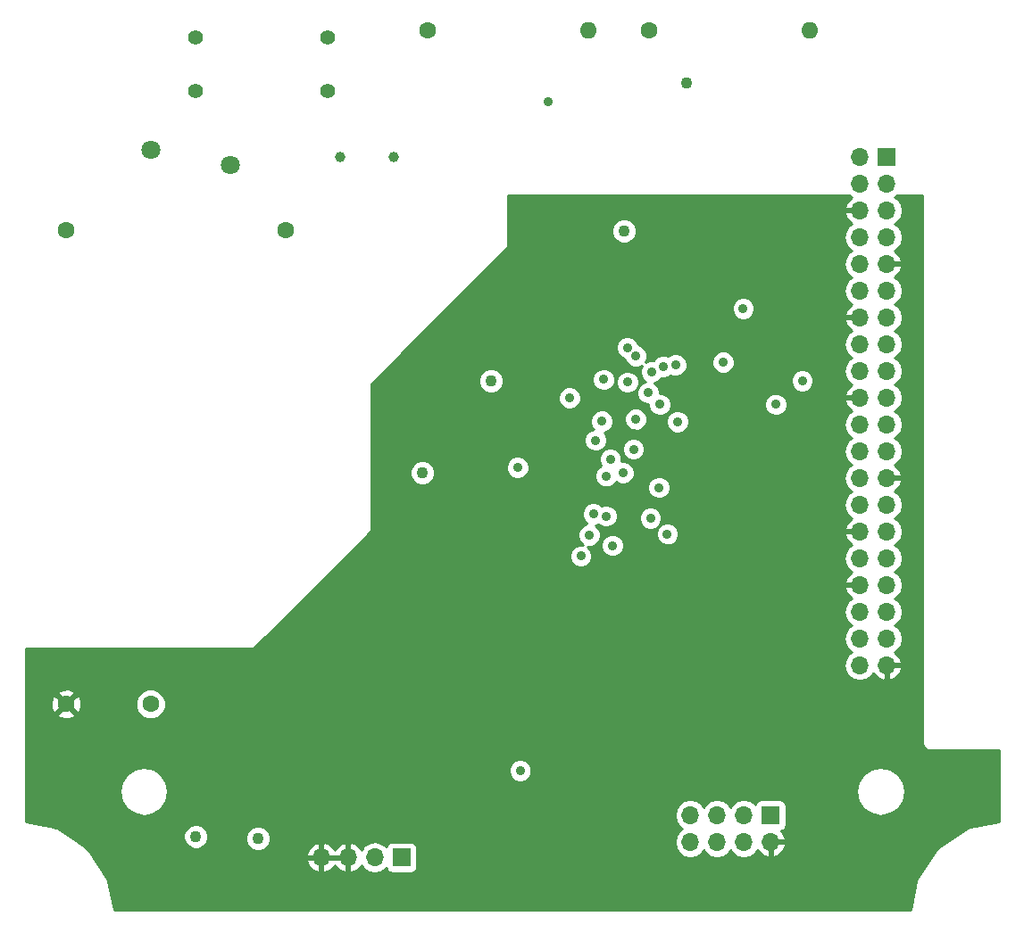
<source format=gbr>
G04 #@! TF.FileFunction,Copper,L2,Inr,Plane*
%FSLAX46Y46*%
G04 Gerber Fmt 4.6, Leading zero omitted, Abs format (unit mm)*
G04 Created by KiCad (PCBNEW 4.0.7) date Wed May 16 13:21:29 2018*
%MOMM*%
%LPD*%
G01*
G04 APERTURE LIST*
%ADD10C,0.100000*%
%ADD11C,1.800000*%
%ADD12C,1.000000*%
%ADD13C,1.400000*%
%ADD14R,1.700000X1.700000*%
%ADD15O,1.700000X1.700000*%
%ADD16C,1.600000*%
%ADD17O,1.600000X1.600000*%
%ADD18C,0.900000*%
%ADD19C,1.100000*%
%ADD20C,0.254000*%
G04 APERTURE END LIST*
D10*
D11*
X115750000Y-89250000D03*
X108250000Y-87850000D03*
D12*
X131290000Y-88500000D03*
X126210000Y-88500000D03*
D13*
X125000000Y-82290000D03*
X125000000Y-77210000D03*
X112500000Y-82290000D03*
X112500000Y-77210000D03*
D14*
X132000000Y-155000000D03*
D15*
X129460000Y-155000000D03*
X126920000Y-155000000D03*
X124380000Y-155000000D03*
D16*
X155500000Y-76500000D03*
D17*
X170740000Y-76500000D03*
D16*
X134500000Y-76500000D03*
D17*
X149740000Y-76500000D03*
D14*
X167000000Y-151000000D03*
D15*
X167000000Y-153540000D03*
X164460000Y-151000000D03*
X164460000Y-153540000D03*
X161920000Y-151000000D03*
X161920000Y-153540000D03*
X159380000Y-151000000D03*
X159380000Y-153540000D03*
D14*
X178000000Y-88500000D03*
D15*
X175460000Y-88500000D03*
X178000000Y-91040000D03*
X175460000Y-91040000D03*
X178000000Y-93580000D03*
X175460000Y-93580000D03*
X178000000Y-96120000D03*
X175460000Y-96120000D03*
X178000000Y-98660000D03*
X175460000Y-98660000D03*
X178000000Y-101200000D03*
X175460000Y-101200000D03*
X178000000Y-103740000D03*
X175460000Y-103740000D03*
X178000000Y-106280000D03*
X175460000Y-106280000D03*
X178000000Y-108820000D03*
X175460000Y-108820000D03*
X178000000Y-111360000D03*
X175460000Y-111360000D03*
X178000000Y-113900000D03*
X175460000Y-113900000D03*
X178000000Y-116440000D03*
X175460000Y-116440000D03*
X178000000Y-118980000D03*
X175460000Y-118980000D03*
X178000000Y-121520000D03*
X175460000Y-121520000D03*
X178000000Y-124060000D03*
X175460000Y-124060000D03*
X178000000Y-126600000D03*
X175460000Y-126600000D03*
X178000000Y-129140000D03*
X175460000Y-129140000D03*
X178000000Y-131680000D03*
X175460000Y-131680000D03*
X178000000Y-134220000D03*
X175460000Y-134220000D03*
X178000000Y-136760000D03*
X175460000Y-136760000D03*
D16*
X108200000Y-140450000D03*
X100200000Y-140450000D03*
X121000000Y-95450000D03*
X100200000Y-95450000D03*
D18*
X145900000Y-83300000D03*
D19*
X159000000Y-81500000D03*
X119000000Y-155750000D03*
D18*
X142830000Y-94510000D03*
X145830000Y-95510000D03*
X148580000Y-96510000D03*
X150830000Y-93760000D03*
X169080000Y-96260000D03*
X161580000Y-94260000D03*
X159830000Y-93510000D03*
D19*
X116600000Y-147400000D03*
D18*
X149000000Y-108000000D03*
X154000000Y-114800000D03*
X142250000Y-120000000D03*
X163670000Y-120890000D03*
X162170000Y-126390000D03*
X143300000Y-154500000D03*
X149300000Y-154500000D03*
X146300000Y-154500000D03*
X145420000Y-113390000D03*
X152420000Y-107890000D03*
X144170000Y-104890000D03*
X159920000Y-115140000D03*
X153670000Y-122890000D03*
X157200000Y-124300000D03*
X164400000Y-102900000D03*
X155600000Y-122800000D03*
X143000000Y-118000000D03*
X156420000Y-119890000D03*
X153420000Y-109890000D03*
X147920000Y-111390000D03*
X158170000Y-113640000D03*
D19*
X112500000Y-153000000D03*
X118400000Y-153200000D03*
X140500000Y-109750000D03*
X134000000Y-118500000D03*
X153080000Y-95510000D03*
D18*
X143250000Y-146750000D03*
X153400000Y-106600000D03*
X150400000Y-115400000D03*
X152000000Y-125400000D03*
X151800000Y-117200000D03*
X151400000Y-118800000D03*
X151400000Y-122600000D03*
X149800000Y-124400000D03*
X150200000Y-122400000D03*
X151170000Y-109640000D03*
X170000000Y-109750000D03*
X167500000Y-112000000D03*
X149000000Y-126400000D03*
X154000000Y-116250000D03*
X162500000Y-108000000D03*
X153000000Y-118500000D03*
X154200000Y-113400000D03*
X158000000Y-108250000D03*
X156800000Y-108400000D03*
X156500000Y-112000000D03*
X155400000Y-110900000D03*
X155700000Y-108900000D03*
X154200000Y-107400000D03*
X151000000Y-113600000D03*
D20*
G36*
X174721553Y-92317702D02*
X174578642Y-92384817D01*
X174188355Y-92813076D01*
X174018524Y-93223110D01*
X174139845Y-93453000D01*
X175333000Y-93453000D01*
X175333000Y-93433000D01*
X175587000Y-93433000D01*
X175587000Y-93453000D01*
X175607000Y-93453000D01*
X175607000Y-93707000D01*
X175587000Y-93707000D01*
X175587000Y-93727000D01*
X175333000Y-93727000D01*
X175333000Y-93707000D01*
X174139845Y-93707000D01*
X174018524Y-93936890D01*
X174188355Y-94346924D01*
X174578642Y-94775183D01*
X174721553Y-94842298D01*
X174380853Y-95069946D01*
X174058946Y-95551715D01*
X173945907Y-96120000D01*
X174058946Y-96688285D01*
X174380853Y-97170054D01*
X174710026Y-97390000D01*
X174380853Y-97609946D01*
X174058946Y-98091715D01*
X173945907Y-98660000D01*
X174058946Y-99228285D01*
X174380853Y-99710054D01*
X174710026Y-99930000D01*
X174380853Y-100149946D01*
X174058946Y-100631715D01*
X173945907Y-101200000D01*
X174058946Y-101768285D01*
X174380853Y-102250054D01*
X174721553Y-102477702D01*
X174578642Y-102544817D01*
X174188355Y-102973076D01*
X174018524Y-103383110D01*
X174139845Y-103613000D01*
X175333000Y-103613000D01*
X175333000Y-103593000D01*
X175587000Y-103593000D01*
X175587000Y-103613000D01*
X175607000Y-103613000D01*
X175607000Y-103867000D01*
X175587000Y-103867000D01*
X175587000Y-103887000D01*
X175333000Y-103887000D01*
X175333000Y-103867000D01*
X174139845Y-103867000D01*
X174018524Y-104096890D01*
X174188355Y-104506924D01*
X174578642Y-104935183D01*
X174721553Y-105002298D01*
X174380853Y-105229946D01*
X174058946Y-105711715D01*
X173945907Y-106280000D01*
X174058946Y-106848285D01*
X174380853Y-107330054D01*
X174710026Y-107550000D01*
X174380853Y-107769946D01*
X174058946Y-108251715D01*
X173945907Y-108820000D01*
X174058946Y-109388285D01*
X174380853Y-109870054D01*
X174721553Y-110097702D01*
X174578642Y-110164817D01*
X174188355Y-110593076D01*
X174018524Y-111003110D01*
X174139845Y-111233000D01*
X175333000Y-111233000D01*
X175333000Y-111213000D01*
X175587000Y-111213000D01*
X175587000Y-111233000D01*
X175607000Y-111233000D01*
X175607000Y-111487000D01*
X175587000Y-111487000D01*
X175587000Y-111507000D01*
X175333000Y-111507000D01*
X175333000Y-111487000D01*
X174139845Y-111487000D01*
X174018524Y-111716890D01*
X174188355Y-112126924D01*
X174578642Y-112555183D01*
X174721553Y-112622298D01*
X174380853Y-112849946D01*
X174058946Y-113331715D01*
X173945907Y-113900000D01*
X174058946Y-114468285D01*
X174380853Y-114950054D01*
X174710026Y-115170000D01*
X174380853Y-115389946D01*
X174058946Y-115871715D01*
X173945907Y-116440000D01*
X174058946Y-117008285D01*
X174380853Y-117490054D01*
X174710026Y-117710000D01*
X174380853Y-117929946D01*
X174058946Y-118411715D01*
X173945907Y-118980000D01*
X174058946Y-119548285D01*
X174380853Y-120030054D01*
X174710026Y-120250000D01*
X174380853Y-120469946D01*
X174058946Y-120951715D01*
X173945907Y-121520000D01*
X174058946Y-122088285D01*
X174380853Y-122570054D01*
X174721553Y-122797702D01*
X174578642Y-122864817D01*
X174188355Y-123293076D01*
X174018524Y-123703110D01*
X174139845Y-123933000D01*
X175333000Y-123933000D01*
X175333000Y-123913000D01*
X175587000Y-123913000D01*
X175587000Y-123933000D01*
X175607000Y-123933000D01*
X175607000Y-124187000D01*
X175587000Y-124187000D01*
X175587000Y-124207000D01*
X175333000Y-124207000D01*
X175333000Y-124187000D01*
X174139845Y-124187000D01*
X174018524Y-124416890D01*
X174188355Y-124826924D01*
X174578642Y-125255183D01*
X174721553Y-125322298D01*
X174380853Y-125549946D01*
X174058946Y-126031715D01*
X173945907Y-126600000D01*
X174058946Y-127168285D01*
X174380853Y-127650054D01*
X174721553Y-127877702D01*
X174578642Y-127944817D01*
X174188355Y-128373076D01*
X174018524Y-128783110D01*
X174139845Y-129013000D01*
X175333000Y-129013000D01*
X175333000Y-128993000D01*
X175587000Y-128993000D01*
X175587000Y-129013000D01*
X175607000Y-129013000D01*
X175607000Y-129267000D01*
X175587000Y-129267000D01*
X175587000Y-129287000D01*
X175333000Y-129287000D01*
X175333000Y-129267000D01*
X174139845Y-129267000D01*
X174018524Y-129496890D01*
X174188355Y-129906924D01*
X174578642Y-130335183D01*
X174721553Y-130402298D01*
X174380853Y-130629946D01*
X174058946Y-131111715D01*
X173945907Y-131680000D01*
X174058946Y-132248285D01*
X174380853Y-132730054D01*
X174710026Y-132950000D01*
X174380853Y-133169946D01*
X174058946Y-133651715D01*
X173945907Y-134220000D01*
X174058946Y-134788285D01*
X174380853Y-135270054D01*
X174710026Y-135490000D01*
X174380853Y-135709946D01*
X174058946Y-136191715D01*
X173945907Y-136760000D01*
X174058946Y-137328285D01*
X174380853Y-137810054D01*
X174862622Y-138131961D01*
X175430907Y-138245000D01*
X175489093Y-138245000D01*
X176057378Y-138131961D01*
X176539147Y-137810054D01*
X176728345Y-137526899D01*
X176728355Y-137526924D01*
X177118642Y-137955183D01*
X177643108Y-138201486D01*
X177873000Y-138080819D01*
X177873000Y-136887000D01*
X178127000Y-136887000D01*
X178127000Y-138080819D01*
X178356892Y-138201486D01*
X178881358Y-137955183D01*
X179271645Y-137526924D01*
X179441476Y-137116890D01*
X179320155Y-136887000D01*
X178127000Y-136887000D01*
X177873000Y-136887000D01*
X177853000Y-136887000D01*
X177853000Y-136633000D01*
X177873000Y-136633000D01*
X177873000Y-136613000D01*
X178127000Y-136613000D01*
X178127000Y-136633000D01*
X179320155Y-136633000D01*
X179441476Y-136403110D01*
X179271645Y-135993076D01*
X178881358Y-135564817D01*
X178738447Y-135497702D01*
X179079147Y-135270054D01*
X179401054Y-134788285D01*
X179514093Y-134220000D01*
X179401054Y-133651715D01*
X179079147Y-133169946D01*
X178749974Y-132950000D01*
X179079147Y-132730054D01*
X179401054Y-132248285D01*
X179514093Y-131680000D01*
X179401054Y-131111715D01*
X179079147Y-130629946D01*
X178749974Y-130410000D01*
X179079147Y-130190054D01*
X179401054Y-129708285D01*
X179514093Y-129140000D01*
X179401054Y-128571715D01*
X179079147Y-128089946D01*
X178749974Y-127870000D01*
X179079147Y-127650054D01*
X179401054Y-127168285D01*
X179514093Y-126600000D01*
X179401054Y-126031715D01*
X179079147Y-125549946D01*
X178749974Y-125330000D01*
X179079147Y-125110054D01*
X179401054Y-124628285D01*
X179514093Y-124060000D01*
X179401054Y-123491715D01*
X179079147Y-123009946D01*
X178749974Y-122790000D01*
X179079147Y-122570054D01*
X179401054Y-122088285D01*
X179514093Y-121520000D01*
X179401054Y-120951715D01*
X179079147Y-120469946D01*
X178738447Y-120242298D01*
X178881358Y-120175183D01*
X179271645Y-119746924D01*
X179441476Y-119336890D01*
X179320155Y-119107000D01*
X178127000Y-119107000D01*
X178127000Y-119127000D01*
X177873000Y-119127000D01*
X177873000Y-119107000D01*
X177853000Y-119107000D01*
X177853000Y-118853000D01*
X177873000Y-118853000D01*
X177873000Y-118833000D01*
X178127000Y-118833000D01*
X178127000Y-118853000D01*
X179320155Y-118853000D01*
X179441476Y-118623110D01*
X179271645Y-118213076D01*
X178881358Y-117784817D01*
X178738447Y-117717702D01*
X179079147Y-117490054D01*
X179401054Y-117008285D01*
X179514093Y-116440000D01*
X179401054Y-115871715D01*
X179079147Y-115389946D01*
X178749974Y-115170000D01*
X179079147Y-114950054D01*
X179401054Y-114468285D01*
X179514093Y-113900000D01*
X179401054Y-113331715D01*
X179079147Y-112849946D01*
X178749974Y-112630000D01*
X179079147Y-112410054D01*
X179401054Y-111928285D01*
X179514093Y-111360000D01*
X179401054Y-110791715D01*
X179079147Y-110309946D01*
X178749974Y-110090000D01*
X179079147Y-109870054D01*
X179401054Y-109388285D01*
X179514093Y-108820000D01*
X179401054Y-108251715D01*
X179079147Y-107769946D01*
X178749974Y-107550000D01*
X179079147Y-107330054D01*
X179401054Y-106848285D01*
X179514093Y-106280000D01*
X179401054Y-105711715D01*
X179079147Y-105229946D01*
X178749974Y-105010000D01*
X179079147Y-104790054D01*
X179401054Y-104308285D01*
X179514093Y-103740000D01*
X179401054Y-103171715D01*
X179079147Y-102689946D01*
X178749974Y-102470000D01*
X179079147Y-102250054D01*
X179401054Y-101768285D01*
X179514093Y-101200000D01*
X179401054Y-100631715D01*
X179079147Y-100149946D01*
X178738447Y-99922298D01*
X178881358Y-99855183D01*
X179271645Y-99426924D01*
X179441476Y-99016890D01*
X179320155Y-98787000D01*
X178127000Y-98787000D01*
X178127000Y-98807000D01*
X177873000Y-98807000D01*
X177873000Y-98787000D01*
X177853000Y-98787000D01*
X177853000Y-98533000D01*
X177873000Y-98533000D01*
X177873000Y-98513000D01*
X178127000Y-98513000D01*
X178127000Y-98533000D01*
X179320155Y-98533000D01*
X179441476Y-98303110D01*
X179271645Y-97893076D01*
X178881358Y-97464817D01*
X178738447Y-97397702D01*
X179079147Y-97170054D01*
X179401054Y-96688285D01*
X179514093Y-96120000D01*
X179401054Y-95551715D01*
X179079147Y-95069946D01*
X178749974Y-94850000D01*
X179079147Y-94630054D01*
X179401054Y-94148285D01*
X179514093Y-93580000D01*
X179401054Y-93011715D01*
X179079147Y-92529946D01*
X178749974Y-92310000D01*
X179023853Y-92127000D01*
X181390000Y-92127000D01*
X181390000Y-144150000D01*
X181444046Y-144421705D01*
X181597954Y-144652046D01*
X181828295Y-144805954D01*
X182100000Y-144860000D01*
X188640000Y-144860000D01*
X188640000Y-151567318D01*
X185958677Y-152100666D01*
X185866262Y-152138946D01*
X185702736Y-152206680D01*
X182945137Y-154049249D01*
X182749249Y-154245137D01*
X180906681Y-157002736D01*
X180906681Y-157002737D01*
X180800666Y-157258677D01*
X180267318Y-159940000D01*
X104732682Y-159940000D01*
X104199334Y-157258677D01*
X104146326Y-157130706D01*
X104093320Y-157002736D01*
X102993603Y-155356892D01*
X122938514Y-155356892D01*
X123184817Y-155881358D01*
X123613076Y-156271645D01*
X124023110Y-156441476D01*
X124253000Y-156320155D01*
X124253000Y-155127000D01*
X124507000Y-155127000D01*
X124507000Y-156320155D01*
X124736890Y-156441476D01*
X125146924Y-156271645D01*
X125575183Y-155881358D01*
X125650000Y-155722046D01*
X125724817Y-155881358D01*
X126153076Y-156271645D01*
X126563110Y-156441476D01*
X126793000Y-156320155D01*
X126793000Y-155127000D01*
X124507000Y-155127000D01*
X124253000Y-155127000D01*
X123059181Y-155127000D01*
X122938514Y-155356892D01*
X102993603Y-155356892D01*
X102516668Y-154643108D01*
X122938514Y-154643108D01*
X123059181Y-154873000D01*
X124253000Y-154873000D01*
X124253000Y-153679845D01*
X124507000Y-153679845D01*
X124507000Y-154873000D01*
X126793000Y-154873000D01*
X126793000Y-153679845D01*
X127047000Y-153679845D01*
X127047000Y-154873000D01*
X127067000Y-154873000D01*
X127067000Y-155127000D01*
X127047000Y-155127000D01*
X127047000Y-156320155D01*
X127276890Y-156441476D01*
X127686924Y-156271645D01*
X128115183Y-155881358D01*
X128182298Y-155738447D01*
X128409946Y-156079147D01*
X128891715Y-156401054D01*
X129460000Y-156514093D01*
X130028285Y-156401054D01*
X130510054Y-156079147D01*
X130537850Y-156037548D01*
X130546838Y-156085317D01*
X130685910Y-156301441D01*
X130898110Y-156446431D01*
X131150000Y-156497440D01*
X132850000Y-156497440D01*
X133085317Y-156453162D01*
X133301441Y-156314090D01*
X133446431Y-156101890D01*
X133497440Y-155850000D01*
X133497440Y-154150000D01*
X133453162Y-153914683D01*
X133314090Y-153698559D01*
X133101890Y-153553569D01*
X132850000Y-153502560D01*
X131150000Y-153502560D01*
X130914683Y-153546838D01*
X130698559Y-153685910D01*
X130553569Y-153898110D01*
X130539914Y-153965541D01*
X130510054Y-153920853D01*
X130028285Y-153598946D01*
X129460000Y-153485907D01*
X128891715Y-153598946D01*
X128409946Y-153920853D01*
X128182298Y-154261553D01*
X128115183Y-154118642D01*
X127686924Y-153728355D01*
X127276890Y-153558524D01*
X127047000Y-153679845D01*
X126793000Y-153679845D01*
X126563110Y-153558524D01*
X126153076Y-153728355D01*
X125724817Y-154118642D01*
X125650000Y-154277954D01*
X125575183Y-154118642D01*
X125146924Y-153728355D01*
X124736890Y-153558524D01*
X124507000Y-153679845D01*
X124253000Y-153679845D01*
X124023110Y-153558524D01*
X123613076Y-153728355D01*
X123184817Y-154118642D01*
X122938514Y-154643108D01*
X102516668Y-154643108D01*
X102250751Y-154245137D01*
X102054863Y-154049249D01*
X100835770Y-153234677D01*
X111314794Y-153234677D01*
X111494820Y-153670372D01*
X111827875Y-154004009D01*
X112263255Y-154184794D01*
X112734677Y-154185206D01*
X113170372Y-154005180D01*
X113504009Y-153672125D01*
X113602605Y-153434677D01*
X117214794Y-153434677D01*
X117394820Y-153870372D01*
X117727875Y-154204009D01*
X118163255Y-154384794D01*
X118634677Y-154385206D01*
X119070372Y-154205180D01*
X119404009Y-153872125D01*
X119584794Y-153436745D01*
X119585206Y-152965323D01*
X119405180Y-152529628D01*
X119072125Y-152195991D01*
X118636745Y-152015206D01*
X118165323Y-152014794D01*
X117729628Y-152194820D01*
X117395991Y-152527875D01*
X117215206Y-152963255D01*
X117214794Y-153434677D01*
X113602605Y-153434677D01*
X113684794Y-153236745D01*
X113685206Y-152765323D01*
X113505180Y-152329628D01*
X113172125Y-151995991D01*
X112736745Y-151815206D01*
X112265323Y-151814794D01*
X111829628Y-151994820D01*
X111495991Y-152327875D01*
X111315206Y-152763255D01*
X111314794Y-153234677D01*
X100835770Y-153234677D01*
X99297264Y-152206681D01*
X99160424Y-152150000D01*
X99041323Y-152100666D01*
X96360000Y-151567318D01*
X96360000Y-148738000D01*
X105252600Y-148738000D01*
X105428438Y-149621999D01*
X105929183Y-150371417D01*
X106678601Y-150872162D01*
X107562600Y-151048000D01*
X107950173Y-150970907D01*
X157895000Y-150970907D01*
X157895000Y-151029093D01*
X158008039Y-151597378D01*
X158329946Y-152079147D01*
X158615578Y-152270000D01*
X158329946Y-152460853D01*
X158008039Y-152942622D01*
X157895000Y-153510907D01*
X157895000Y-153569093D01*
X158008039Y-154137378D01*
X158329946Y-154619147D01*
X158811715Y-154941054D01*
X159380000Y-155054093D01*
X159948285Y-154941054D01*
X160430054Y-154619147D01*
X160650000Y-154289974D01*
X160869946Y-154619147D01*
X161351715Y-154941054D01*
X161920000Y-155054093D01*
X162488285Y-154941054D01*
X162970054Y-154619147D01*
X163190000Y-154289974D01*
X163409946Y-154619147D01*
X163891715Y-154941054D01*
X164460000Y-155054093D01*
X165028285Y-154941054D01*
X165510054Y-154619147D01*
X165737702Y-154278447D01*
X165804817Y-154421358D01*
X166233076Y-154811645D01*
X166643110Y-154981476D01*
X166873000Y-154860155D01*
X166873000Y-153667000D01*
X167127000Y-153667000D01*
X167127000Y-154860155D01*
X167356890Y-154981476D01*
X167766924Y-154811645D01*
X168195183Y-154421358D01*
X168441486Y-153896892D01*
X168320819Y-153667000D01*
X167127000Y-153667000D01*
X166873000Y-153667000D01*
X166853000Y-153667000D01*
X166853000Y-153413000D01*
X166873000Y-153413000D01*
X166873000Y-153393000D01*
X167127000Y-153393000D01*
X167127000Y-153413000D01*
X168320819Y-153413000D01*
X168441486Y-153183108D01*
X168195183Y-152658642D01*
X167989496Y-152471192D01*
X168085317Y-152453162D01*
X168301441Y-152314090D01*
X168446431Y-152101890D01*
X168497440Y-151850000D01*
X168497440Y-150150000D01*
X168453162Y-149914683D01*
X168314090Y-149698559D01*
X168101890Y-149553569D01*
X167850000Y-149502560D01*
X166150000Y-149502560D01*
X165914683Y-149546838D01*
X165698559Y-149685910D01*
X165553569Y-149898110D01*
X165539914Y-149965541D01*
X165510054Y-149920853D01*
X165028285Y-149598946D01*
X164460000Y-149485907D01*
X163891715Y-149598946D01*
X163409946Y-149920853D01*
X163190000Y-150250026D01*
X162970054Y-149920853D01*
X162488285Y-149598946D01*
X161920000Y-149485907D01*
X161351715Y-149598946D01*
X160869946Y-149920853D01*
X160650000Y-150250026D01*
X160430054Y-149920853D01*
X159948285Y-149598946D01*
X159380000Y-149485907D01*
X158811715Y-149598946D01*
X158329946Y-149920853D01*
X158008039Y-150402622D01*
X157895000Y-150970907D01*
X107950173Y-150970907D01*
X108446599Y-150872162D01*
X109196017Y-150371417D01*
X109696762Y-149621999D01*
X109872600Y-148738000D01*
X175127400Y-148738000D01*
X175303238Y-149621999D01*
X175803983Y-150371417D01*
X176553401Y-150872162D01*
X177437400Y-151048000D01*
X178321399Y-150872162D01*
X179070817Y-150371417D01*
X179571562Y-149621999D01*
X179747400Y-148738000D01*
X179571562Y-147854001D01*
X179070817Y-147104583D01*
X178321399Y-146603838D01*
X177437400Y-146428000D01*
X176553401Y-146603838D01*
X175803983Y-147104583D01*
X175303238Y-147854001D01*
X175127400Y-148738000D01*
X109872600Y-148738000D01*
X109696762Y-147854001D01*
X109196017Y-147104583D01*
X108986927Y-146964873D01*
X142164812Y-146964873D01*
X142329646Y-147363800D01*
X142634595Y-147669282D01*
X143033233Y-147834811D01*
X143464873Y-147835188D01*
X143863800Y-147670354D01*
X144169282Y-147365405D01*
X144334811Y-146966767D01*
X144335188Y-146535127D01*
X144170354Y-146136200D01*
X143865405Y-145830718D01*
X143466767Y-145665189D01*
X143035127Y-145664812D01*
X142636200Y-145829646D01*
X142330718Y-146134595D01*
X142165189Y-146533233D01*
X142164812Y-146964873D01*
X108986927Y-146964873D01*
X108446599Y-146603838D01*
X107562600Y-146428000D01*
X106678601Y-146603838D01*
X105929183Y-147104583D01*
X105428438Y-147854001D01*
X105252600Y-148738000D01*
X96360000Y-148738000D01*
X96360000Y-141457745D01*
X99371861Y-141457745D01*
X99445995Y-141703864D01*
X99983223Y-141896965D01*
X100553454Y-141869778D01*
X100954005Y-141703864D01*
X101028139Y-141457745D01*
X100200000Y-140629605D01*
X99371861Y-141457745D01*
X96360000Y-141457745D01*
X96360000Y-140233223D01*
X98753035Y-140233223D01*
X98780222Y-140803454D01*
X98946136Y-141204005D01*
X99192255Y-141278139D01*
X100020395Y-140450000D01*
X100379605Y-140450000D01*
X101207745Y-141278139D01*
X101453864Y-141204005D01*
X101622735Y-140734187D01*
X106764752Y-140734187D01*
X106982757Y-141261800D01*
X107386077Y-141665824D01*
X107913309Y-141884750D01*
X108484187Y-141885248D01*
X109011800Y-141667243D01*
X109415824Y-141263923D01*
X109634750Y-140736691D01*
X109635248Y-140165813D01*
X109417243Y-139638200D01*
X109013923Y-139234176D01*
X108486691Y-139015250D01*
X107915813Y-139014752D01*
X107388200Y-139232757D01*
X106984176Y-139636077D01*
X106765250Y-140163309D01*
X106764752Y-140734187D01*
X101622735Y-140734187D01*
X101646965Y-140666777D01*
X101619778Y-140096546D01*
X101453864Y-139695995D01*
X101207745Y-139621861D01*
X100379605Y-140450000D01*
X100020395Y-140450000D01*
X99192255Y-139621861D01*
X98946136Y-139695995D01*
X98753035Y-140233223D01*
X96360000Y-140233223D01*
X96360000Y-139442255D01*
X99371861Y-139442255D01*
X100200000Y-140270395D01*
X101028139Y-139442255D01*
X100954005Y-139196136D01*
X100416777Y-139003035D01*
X99846546Y-139030222D01*
X99445995Y-139196136D01*
X99371861Y-139442255D01*
X96360000Y-139442255D01*
X96360000Y-135127000D01*
X118000000Y-135127000D01*
X118049410Y-135116994D01*
X118089803Y-135089803D01*
X126564733Y-126614873D01*
X147914812Y-126614873D01*
X148079646Y-127013800D01*
X148384595Y-127319282D01*
X148783233Y-127484811D01*
X149214873Y-127485188D01*
X149613800Y-127320354D01*
X149919282Y-127015405D01*
X150084811Y-126616767D01*
X150085188Y-126185127D01*
X149920354Y-125786200D01*
X149749326Y-125614873D01*
X150914812Y-125614873D01*
X151079646Y-126013800D01*
X151384595Y-126319282D01*
X151783233Y-126484811D01*
X152214873Y-126485188D01*
X152613800Y-126320354D01*
X152919282Y-126015405D01*
X153084811Y-125616767D01*
X153085188Y-125185127D01*
X152920354Y-124786200D01*
X152649501Y-124514873D01*
X156114812Y-124514873D01*
X156279646Y-124913800D01*
X156584595Y-125219282D01*
X156983233Y-125384811D01*
X157414873Y-125385188D01*
X157813800Y-125220354D01*
X158119282Y-124915405D01*
X158284811Y-124516767D01*
X158285188Y-124085127D01*
X158120354Y-123686200D01*
X157815405Y-123380718D01*
X157416767Y-123215189D01*
X156985127Y-123214812D01*
X156586200Y-123379646D01*
X156280718Y-123684595D01*
X156115189Y-124083233D01*
X156114812Y-124514873D01*
X152649501Y-124514873D01*
X152615405Y-124480718D01*
X152216767Y-124315189D01*
X151785127Y-124314812D01*
X151386200Y-124479646D01*
X151080718Y-124784595D01*
X150915189Y-125183233D01*
X150914812Y-125614873D01*
X149749326Y-125614873D01*
X149619522Y-125484843D01*
X150014873Y-125485188D01*
X150413800Y-125320354D01*
X150719282Y-125015405D01*
X150884811Y-124616767D01*
X150885188Y-124185127D01*
X150720354Y-123786200D01*
X150418409Y-123483727D01*
X150652532Y-123386989D01*
X150784595Y-123519282D01*
X151183233Y-123684811D01*
X151614873Y-123685188D01*
X152013800Y-123520354D01*
X152319282Y-123215405D01*
X152402550Y-123014873D01*
X154514812Y-123014873D01*
X154679646Y-123413800D01*
X154984595Y-123719282D01*
X155383233Y-123884811D01*
X155814873Y-123885188D01*
X156213800Y-123720354D01*
X156519282Y-123415405D01*
X156684811Y-123016767D01*
X156685188Y-122585127D01*
X156520354Y-122186200D01*
X156215405Y-121880718D01*
X155816767Y-121715189D01*
X155385127Y-121714812D01*
X154986200Y-121879646D01*
X154680718Y-122184595D01*
X154515189Y-122583233D01*
X154514812Y-123014873D01*
X152402550Y-123014873D01*
X152484811Y-122816767D01*
X152485188Y-122385127D01*
X152320354Y-121986200D01*
X152015405Y-121680718D01*
X151616767Y-121515189D01*
X151185127Y-121514812D01*
X150947468Y-121613011D01*
X150815405Y-121480718D01*
X150416767Y-121315189D01*
X149985127Y-121314812D01*
X149586200Y-121479646D01*
X149280718Y-121784595D01*
X149115189Y-122183233D01*
X149114812Y-122614873D01*
X149279646Y-123013800D01*
X149581591Y-123316273D01*
X149186200Y-123479646D01*
X148880718Y-123784595D01*
X148715189Y-124183233D01*
X148714812Y-124614873D01*
X148879646Y-125013800D01*
X149180478Y-125315157D01*
X148785127Y-125314812D01*
X148386200Y-125479646D01*
X148080718Y-125784595D01*
X147915189Y-126183233D01*
X147914812Y-126614873D01*
X126564733Y-126614873D01*
X129089803Y-124089803D01*
X129117666Y-124047789D01*
X129127000Y-124000000D01*
X129127000Y-120104873D01*
X155334812Y-120104873D01*
X155499646Y-120503800D01*
X155804595Y-120809282D01*
X156203233Y-120974811D01*
X156634873Y-120975188D01*
X157033800Y-120810354D01*
X157339282Y-120505405D01*
X157504811Y-120106767D01*
X157505188Y-119675127D01*
X157340354Y-119276200D01*
X157035405Y-118970718D01*
X156636767Y-118805189D01*
X156205127Y-118804812D01*
X155806200Y-118969646D01*
X155500718Y-119274595D01*
X155335189Y-119673233D01*
X155334812Y-120104873D01*
X129127000Y-120104873D01*
X129127000Y-118734677D01*
X132814794Y-118734677D01*
X132994820Y-119170372D01*
X133327875Y-119504009D01*
X133763255Y-119684794D01*
X134234677Y-119685206D01*
X134670372Y-119505180D01*
X135004009Y-119172125D01*
X135184794Y-118736745D01*
X135185206Y-118265323D01*
X135164361Y-118214873D01*
X141914812Y-118214873D01*
X142079646Y-118613800D01*
X142384595Y-118919282D01*
X142783233Y-119084811D01*
X143214873Y-119085188D01*
X143385047Y-119014873D01*
X150314812Y-119014873D01*
X150479646Y-119413800D01*
X150784595Y-119719282D01*
X151183233Y-119884811D01*
X151614873Y-119885188D01*
X152013800Y-119720354D01*
X152319282Y-119415405D01*
X152337332Y-119371936D01*
X152384595Y-119419282D01*
X152783233Y-119584811D01*
X153214873Y-119585188D01*
X153613800Y-119420354D01*
X153919282Y-119115405D01*
X154084811Y-118716767D01*
X154085188Y-118285127D01*
X153920354Y-117886200D01*
X153615405Y-117580718D01*
X153216767Y-117415189D01*
X152884813Y-117414899D01*
X152885188Y-116985127D01*
X152720354Y-116586200D01*
X152599239Y-116464873D01*
X152914812Y-116464873D01*
X153079646Y-116863800D01*
X153384595Y-117169282D01*
X153783233Y-117334811D01*
X154214873Y-117335188D01*
X154613800Y-117170354D01*
X154919282Y-116865405D01*
X155084811Y-116466767D01*
X155085188Y-116035127D01*
X154920354Y-115636200D01*
X154615405Y-115330718D01*
X154216767Y-115165189D01*
X153785127Y-115164812D01*
X153386200Y-115329646D01*
X153080718Y-115634595D01*
X152915189Y-116033233D01*
X152914812Y-116464873D01*
X152599239Y-116464873D01*
X152415405Y-116280718D01*
X152016767Y-116115189D01*
X151585127Y-116114812D01*
X151186200Y-116279646D01*
X150880718Y-116584595D01*
X150715189Y-116983233D01*
X150714812Y-117414873D01*
X150879646Y-117813800D01*
X150898894Y-117833082D01*
X150786200Y-117879646D01*
X150480718Y-118184595D01*
X150315189Y-118583233D01*
X150314812Y-119014873D01*
X143385047Y-119014873D01*
X143613800Y-118920354D01*
X143919282Y-118615405D01*
X144084811Y-118216767D01*
X144085188Y-117785127D01*
X143920354Y-117386200D01*
X143615405Y-117080718D01*
X143216767Y-116915189D01*
X142785127Y-116914812D01*
X142386200Y-117079646D01*
X142080718Y-117384595D01*
X141915189Y-117783233D01*
X141914812Y-118214873D01*
X135164361Y-118214873D01*
X135005180Y-117829628D01*
X134672125Y-117495991D01*
X134236745Y-117315206D01*
X133765323Y-117314794D01*
X133329628Y-117494820D01*
X132995991Y-117827875D01*
X132815206Y-118263255D01*
X132814794Y-118734677D01*
X129127000Y-118734677D01*
X129127000Y-115614873D01*
X149314812Y-115614873D01*
X149479646Y-116013800D01*
X149784595Y-116319282D01*
X150183233Y-116484811D01*
X150614873Y-116485188D01*
X151013800Y-116320354D01*
X151319282Y-116015405D01*
X151484811Y-115616767D01*
X151485188Y-115185127D01*
X151320354Y-114786200D01*
X151218162Y-114683829D01*
X151613800Y-114520354D01*
X151919282Y-114215405D01*
X152084811Y-113816767D01*
X152084987Y-113614873D01*
X153114812Y-113614873D01*
X153279646Y-114013800D01*
X153584595Y-114319282D01*
X153983233Y-114484811D01*
X154414873Y-114485188D01*
X154813800Y-114320354D01*
X155119282Y-114015405D01*
X155185940Y-113854873D01*
X157084812Y-113854873D01*
X157249646Y-114253800D01*
X157554595Y-114559282D01*
X157953233Y-114724811D01*
X158384873Y-114725188D01*
X158783800Y-114560354D01*
X159089282Y-114255405D01*
X159254811Y-113856767D01*
X159255188Y-113425127D01*
X159090354Y-113026200D01*
X158785405Y-112720718D01*
X158386767Y-112555189D01*
X157955127Y-112554812D01*
X157556200Y-112719646D01*
X157250718Y-113024595D01*
X157085189Y-113423233D01*
X157084812Y-113854873D01*
X155185940Y-113854873D01*
X155284811Y-113616767D01*
X155285188Y-113185127D01*
X155120354Y-112786200D01*
X154815405Y-112480718D01*
X154416767Y-112315189D01*
X153985127Y-112314812D01*
X153586200Y-112479646D01*
X153280718Y-112784595D01*
X153115189Y-113183233D01*
X153114812Y-113614873D01*
X152084987Y-113614873D01*
X152085188Y-113385127D01*
X151920354Y-112986200D01*
X151615405Y-112680718D01*
X151216767Y-112515189D01*
X150785127Y-112514812D01*
X150386200Y-112679646D01*
X150080718Y-112984595D01*
X149915189Y-113383233D01*
X149914812Y-113814873D01*
X150079646Y-114213800D01*
X150181838Y-114316171D01*
X149786200Y-114479646D01*
X149480718Y-114784595D01*
X149315189Y-115183233D01*
X149314812Y-115614873D01*
X129127000Y-115614873D01*
X129127000Y-111604873D01*
X146834812Y-111604873D01*
X146999646Y-112003800D01*
X147304595Y-112309282D01*
X147703233Y-112474811D01*
X148134873Y-112475188D01*
X148533800Y-112310354D01*
X148839282Y-112005405D01*
X149004811Y-111606767D01*
X149005188Y-111175127D01*
X148840354Y-110776200D01*
X148535405Y-110470718D01*
X148136767Y-110305189D01*
X147705127Y-110304812D01*
X147306200Y-110469646D01*
X147000718Y-110774595D01*
X146835189Y-111173233D01*
X146834812Y-111604873D01*
X129127000Y-111604873D01*
X129127000Y-110052606D01*
X129194929Y-109984677D01*
X139314794Y-109984677D01*
X139494820Y-110420372D01*
X139827875Y-110754009D01*
X140263255Y-110934794D01*
X140734677Y-110935206D01*
X141170372Y-110755180D01*
X141504009Y-110422125D01*
X141684794Y-109986745D01*
X141684909Y-109854873D01*
X150084812Y-109854873D01*
X150249646Y-110253800D01*
X150554595Y-110559282D01*
X150953233Y-110724811D01*
X151384873Y-110725188D01*
X151783800Y-110560354D01*
X152089282Y-110255405D01*
X152151788Y-110104873D01*
X152334812Y-110104873D01*
X152499646Y-110503800D01*
X152804595Y-110809282D01*
X153203233Y-110974811D01*
X153634873Y-110975188D01*
X154033800Y-110810354D01*
X154339282Y-110505405D01*
X154504811Y-110106767D01*
X154505188Y-109675127D01*
X154340354Y-109276200D01*
X154035405Y-108970718D01*
X153636767Y-108805189D01*
X153205127Y-108804812D01*
X152806200Y-108969646D01*
X152500718Y-109274595D01*
X152335189Y-109673233D01*
X152334812Y-110104873D01*
X152151788Y-110104873D01*
X152254811Y-109856767D01*
X152255188Y-109425127D01*
X152090354Y-109026200D01*
X151785405Y-108720718D01*
X151386767Y-108555189D01*
X150955127Y-108554812D01*
X150556200Y-108719646D01*
X150250718Y-109024595D01*
X150085189Y-109423233D01*
X150084812Y-109854873D01*
X141684909Y-109854873D01*
X141685206Y-109515323D01*
X141505180Y-109079628D01*
X141172125Y-108745991D01*
X140736745Y-108565206D01*
X140265323Y-108564794D01*
X139829628Y-108744820D01*
X139495991Y-109077875D01*
X139315206Y-109513255D01*
X139314794Y-109984677D01*
X129194929Y-109984677D01*
X132364733Y-106814873D01*
X152314812Y-106814873D01*
X152479646Y-107213800D01*
X152784595Y-107519282D01*
X153135524Y-107665001D01*
X153279646Y-108013800D01*
X153584595Y-108319282D01*
X153983233Y-108484811D01*
X154414873Y-108485188D01*
X154755943Y-108344260D01*
X154615189Y-108683233D01*
X154614812Y-109114873D01*
X154779646Y-109513800D01*
X155084595Y-109819282D01*
X155129341Y-109837862D01*
X154786200Y-109979646D01*
X154480718Y-110284595D01*
X154315189Y-110683233D01*
X154314812Y-111114873D01*
X154479646Y-111513800D01*
X154784595Y-111819282D01*
X155183233Y-111984811D01*
X155415013Y-111985013D01*
X155414812Y-112214873D01*
X155579646Y-112613800D01*
X155884595Y-112919282D01*
X156283233Y-113084811D01*
X156714873Y-113085188D01*
X157113800Y-112920354D01*
X157419282Y-112615405D01*
X157584811Y-112216767D01*
X157584812Y-112214873D01*
X166414812Y-112214873D01*
X166579646Y-112613800D01*
X166884595Y-112919282D01*
X167283233Y-113084811D01*
X167714873Y-113085188D01*
X168113800Y-112920354D01*
X168419282Y-112615405D01*
X168584811Y-112216767D01*
X168585188Y-111785127D01*
X168420354Y-111386200D01*
X168115405Y-111080718D01*
X167716767Y-110915189D01*
X167285127Y-110914812D01*
X166886200Y-111079646D01*
X166580718Y-111384595D01*
X166415189Y-111783233D01*
X166414812Y-112214873D01*
X157584812Y-112214873D01*
X157585188Y-111785127D01*
X157420354Y-111386200D01*
X157115405Y-111080718D01*
X156716767Y-110915189D01*
X156484987Y-110914987D01*
X156485188Y-110685127D01*
X156320354Y-110286200D01*
X156015405Y-109980718D01*
X155977246Y-109964873D01*
X168914812Y-109964873D01*
X169079646Y-110363800D01*
X169384595Y-110669282D01*
X169783233Y-110834811D01*
X170214873Y-110835188D01*
X170613800Y-110670354D01*
X170919282Y-110365405D01*
X171084811Y-109966767D01*
X171085188Y-109535127D01*
X170920354Y-109136200D01*
X170615405Y-108830718D01*
X170216767Y-108665189D01*
X169785127Y-108664812D01*
X169386200Y-108829646D01*
X169080718Y-109134595D01*
X168915189Y-109533233D01*
X168914812Y-109964873D01*
X155977246Y-109964873D01*
X155970659Y-109962138D01*
X156313800Y-109820354D01*
X156619282Y-109515405D01*
X156631968Y-109484854D01*
X157014873Y-109485188D01*
X157413800Y-109320354D01*
X157512099Y-109222226D01*
X157783233Y-109334811D01*
X158214873Y-109335188D01*
X158613800Y-109170354D01*
X158919282Y-108865405D01*
X159084811Y-108466767D01*
X159085031Y-108214873D01*
X161414812Y-108214873D01*
X161579646Y-108613800D01*
X161884595Y-108919282D01*
X162283233Y-109084811D01*
X162714873Y-109085188D01*
X163113800Y-108920354D01*
X163419282Y-108615405D01*
X163584811Y-108216767D01*
X163585188Y-107785127D01*
X163420354Y-107386200D01*
X163115405Y-107080718D01*
X162716767Y-106915189D01*
X162285127Y-106914812D01*
X161886200Y-107079646D01*
X161580718Y-107384595D01*
X161415189Y-107783233D01*
X161414812Y-108214873D01*
X159085031Y-108214873D01*
X159085188Y-108035127D01*
X158920354Y-107636200D01*
X158615405Y-107330718D01*
X158216767Y-107165189D01*
X157785127Y-107164812D01*
X157386200Y-107329646D01*
X157287901Y-107427774D01*
X157016767Y-107315189D01*
X156585127Y-107314812D01*
X156186200Y-107479646D01*
X155880718Y-107784595D01*
X155868032Y-107815146D01*
X155485127Y-107814812D01*
X155144057Y-107955740D01*
X155284811Y-107616767D01*
X155285188Y-107185127D01*
X155120354Y-106786200D01*
X154815405Y-106480718D01*
X154464476Y-106334999D01*
X154320354Y-105986200D01*
X154015405Y-105680718D01*
X153616767Y-105515189D01*
X153185127Y-105514812D01*
X152786200Y-105679646D01*
X152480718Y-105984595D01*
X152315189Y-106383233D01*
X152314812Y-106814873D01*
X132364733Y-106814873D01*
X136064733Y-103114873D01*
X163314812Y-103114873D01*
X163479646Y-103513800D01*
X163784595Y-103819282D01*
X164183233Y-103984811D01*
X164614873Y-103985188D01*
X165013800Y-103820354D01*
X165319282Y-103515405D01*
X165484811Y-103116767D01*
X165485188Y-102685127D01*
X165320354Y-102286200D01*
X165015405Y-101980718D01*
X164616767Y-101815189D01*
X164185127Y-101814812D01*
X163786200Y-101979646D01*
X163480718Y-102284595D01*
X163315189Y-102683233D01*
X163314812Y-103114873D01*
X136064733Y-103114873D01*
X142089803Y-97089803D01*
X142117666Y-97047789D01*
X142127000Y-97000000D01*
X142127000Y-95744677D01*
X151894794Y-95744677D01*
X152074820Y-96180372D01*
X152407875Y-96514009D01*
X152843255Y-96694794D01*
X153314677Y-96695206D01*
X153750372Y-96515180D01*
X154084009Y-96182125D01*
X154264794Y-95746745D01*
X154265206Y-95275323D01*
X154085180Y-94839628D01*
X153752125Y-94505991D01*
X153316745Y-94325206D01*
X152845323Y-94324794D01*
X152409628Y-94504820D01*
X152075991Y-94837875D01*
X151895206Y-95273255D01*
X151894794Y-95744677D01*
X142127000Y-95744677D01*
X142127000Y-92127000D01*
X174436147Y-92127000D01*
X174721553Y-92317702D01*
X174721553Y-92317702D01*
G37*
X174721553Y-92317702D02*
X174578642Y-92384817D01*
X174188355Y-92813076D01*
X174018524Y-93223110D01*
X174139845Y-93453000D01*
X175333000Y-93453000D01*
X175333000Y-93433000D01*
X175587000Y-93433000D01*
X175587000Y-93453000D01*
X175607000Y-93453000D01*
X175607000Y-93707000D01*
X175587000Y-93707000D01*
X175587000Y-93727000D01*
X175333000Y-93727000D01*
X175333000Y-93707000D01*
X174139845Y-93707000D01*
X174018524Y-93936890D01*
X174188355Y-94346924D01*
X174578642Y-94775183D01*
X174721553Y-94842298D01*
X174380853Y-95069946D01*
X174058946Y-95551715D01*
X173945907Y-96120000D01*
X174058946Y-96688285D01*
X174380853Y-97170054D01*
X174710026Y-97390000D01*
X174380853Y-97609946D01*
X174058946Y-98091715D01*
X173945907Y-98660000D01*
X174058946Y-99228285D01*
X174380853Y-99710054D01*
X174710026Y-99930000D01*
X174380853Y-100149946D01*
X174058946Y-100631715D01*
X173945907Y-101200000D01*
X174058946Y-101768285D01*
X174380853Y-102250054D01*
X174721553Y-102477702D01*
X174578642Y-102544817D01*
X174188355Y-102973076D01*
X174018524Y-103383110D01*
X174139845Y-103613000D01*
X175333000Y-103613000D01*
X175333000Y-103593000D01*
X175587000Y-103593000D01*
X175587000Y-103613000D01*
X175607000Y-103613000D01*
X175607000Y-103867000D01*
X175587000Y-103867000D01*
X175587000Y-103887000D01*
X175333000Y-103887000D01*
X175333000Y-103867000D01*
X174139845Y-103867000D01*
X174018524Y-104096890D01*
X174188355Y-104506924D01*
X174578642Y-104935183D01*
X174721553Y-105002298D01*
X174380853Y-105229946D01*
X174058946Y-105711715D01*
X173945907Y-106280000D01*
X174058946Y-106848285D01*
X174380853Y-107330054D01*
X174710026Y-107550000D01*
X174380853Y-107769946D01*
X174058946Y-108251715D01*
X173945907Y-108820000D01*
X174058946Y-109388285D01*
X174380853Y-109870054D01*
X174721553Y-110097702D01*
X174578642Y-110164817D01*
X174188355Y-110593076D01*
X174018524Y-111003110D01*
X174139845Y-111233000D01*
X175333000Y-111233000D01*
X175333000Y-111213000D01*
X175587000Y-111213000D01*
X175587000Y-111233000D01*
X175607000Y-111233000D01*
X175607000Y-111487000D01*
X175587000Y-111487000D01*
X175587000Y-111507000D01*
X175333000Y-111507000D01*
X175333000Y-111487000D01*
X174139845Y-111487000D01*
X174018524Y-111716890D01*
X174188355Y-112126924D01*
X174578642Y-112555183D01*
X174721553Y-112622298D01*
X174380853Y-112849946D01*
X174058946Y-113331715D01*
X173945907Y-113900000D01*
X174058946Y-114468285D01*
X174380853Y-114950054D01*
X174710026Y-115170000D01*
X174380853Y-115389946D01*
X174058946Y-115871715D01*
X173945907Y-116440000D01*
X174058946Y-117008285D01*
X174380853Y-117490054D01*
X174710026Y-117710000D01*
X174380853Y-117929946D01*
X174058946Y-118411715D01*
X173945907Y-118980000D01*
X174058946Y-119548285D01*
X174380853Y-120030054D01*
X174710026Y-120250000D01*
X174380853Y-120469946D01*
X174058946Y-120951715D01*
X173945907Y-121520000D01*
X174058946Y-122088285D01*
X174380853Y-122570054D01*
X174721553Y-122797702D01*
X174578642Y-122864817D01*
X174188355Y-123293076D01*
X174018524Y-123703110D01*
X174139845Y-123933000D01*
X175333000Y-123933000D01*
X175333000Y-123913000D01*
X175587000Y-123913000D01*
X175587000Y-123933000D01*
X175607000Y-123933000D01*
X175607000Y-124187000D01*
X175587000Y-124187000D01*
X175587000Y-124207000D01*
X175333000Y-124207000D01*
X175333000Y-124187000D01*
X174139845Y-124187000D01*
X174018524Y-124416890D01*
X174188355Y-124826924D01*
X174578642Y-125255183D01*
X174721553Y-125322298D01*
X174380853Y-125549946D01*
X174058946Y-126031715D01*
X173945907Y-126600000D01*
X174058946Y-127168285D01*
X174380853Y-127650054D01*
X174721553Y-127877702D01*
X174578642Y-127944817D01*
X174188355Y-128373076D01*
X174018524Y-128783110D01*
X174139845Y-129013000D01*
X175333000Y-129013000D01*
X175333000Y-128993000D01*
X175587000Y-128993000D01*
X175587000Y-129013000D01*
X175607000Y-129013000D01*
X175607000Y-129267000D01*
X175587000Y-129267000D01*
X175587000Y-129287000D01*
X175333000Y-129287000D01*
X175333000Y-129267000D01*
X174139845Y-129267000D01*
X174018524Y-129496890D01*
X174188355Y-129906924D01*
X174578642Y-130335183D01*
X174721553Y-130402298D01*
X174380853Y-130629946D01*
X174058946Y-131111715D01*
X173945907Y-131680000D01*
X174058946Y-132248285D01*
X174380853Y-132730054D01*
X174710026Y-132950000D01*
X174380853Y-133169946D01*
X174058946Y-133651715D01*
X173945907Y-134220000D01*
X174058946Y-134788285D01*
X174380853Y-135270054D01*
X174710026Y-135490000D01*
X174380853Y-135709946D01*
X174058946Y-136191715D01*
X173945907Y-136760000D01*
X174058946Y-137328285D01*
X174380853Y-137810054D01*
X174862622Y-138131961D01*
X175430907Y-138245000D01*
X175489093Y-138245000D01*
X176057378Y-138131961D01*
X176539147Y-137810054D01*
X176728345Y-137526899D01*
X176728355Y-137526924D01*
X177118642Y-137955183D01*
X177643108Y-138201486D01*
X177873000Y-138080819D01*
X177873000Y-136887000D01*
X178127000Y-136887000D01*
X178127000Y-138080819D01*
X178356892Y-138201486D01*
X178881358Y-137955183D01*
X179271645Y-137526924D01*
X179441476Y-137116890D01*
X179320155Y-136887000D01*
X178127000Y-136887000D01*
X177873000Y-136887000D01*
X177853000Y-136887000D01*
X177853000Y-136633000D01*
X177873000Y-136633000D01*
X177873000Y-136613000D01*
X178127000Y-136613000D01*
X178127000Y-136633000D01*
X179320155Y-136633000D01*
X179441476Y-136403110D01*
X179271645Y-135993076D01*
X178881358Y-135564817D01*
X178738447Y-135497702D01*
X179079147Y-135270054D01*
X179401054Y-134788285D01*
X179514093Y-134220000D01*
X179401054Y-133651715D01*
X179079147Y-133169946D01*
X178749974Y-132950000D01*
X179079147Y-132730054D01*
X179401054Y-132248285D01*
X179514093Y-131680000D01*
X179401054Y-131111715D01*
X179079147Y-130629946D01*
X178749974Y-130410000D01*
X179079147Y-130190054D01*
X179401054Y-129708285D01*
X179514093Y-129140000D01*
X179401054Y-128571715D01*
X179079147Y-128089946D01*
X178749974Y-127870000D01*
X179079147Y-127650054D01*
X179401054Y-127168285D01*
X179514093Y-126600000D01*
X179401054Y-126031715D01*
X179079147Y-125549946D01*
X178749974Y-125330000D01*
X179079147Y-125110054D01*
X179401054Y-124628285D01*
X179514093Y-124060000D01*
X179401054Y-123491715D01*
X179079147Y-123009946D01*
X178749974Y-122790000D01*
X179079147Y-122570054D01*
X179401054Y-122088285D01*
X179514093Y-121520000D01*
X179401054Y-120951715D01*
X179079147Y-120469946D01*
X178738447Y-120242298D01*
X178881358Y-120175183D01*
X179271645Y-119746924D01*
X179441476Y-119336890D01*
X179320155Y-119107000D01*
X178127000Y-119107000D01*
X178127000Y-119127000D01*
X177873000Y-119127000D01*
X177873000Y-119107000D01*
X177853000Y-119107000D01*
X177853000Y-118853000D01*
X177873000Y-118853000D01*
X177873000Y-118833000D01*
X178127000Y-118833000D01*
X178127000Y-118853000D01*
X179320155Y-118853000D01*
X179441476Y-118623110D01*
X179271645Y-118213076D01*
X178881358Y-117784817D01*
X178738447Y-117717702D01*
X179079147Y-117490054D01*
X179401054Y-117008285D01*
X179514093Y-116440000D01*
X179401054Y-115871715D01*
X179079147Y-115389946D01*
X178749974Y-115170000D01*
X179079147Y-114950054D01*
X179401054Y-114468285D01*
X179514093Y-113900000D01*
X179401054Y-113331715D01*
X179079147Y-112849946D01*
X178749974Y-112630000D01*
X179079147Y-112410054D01*
X179401054Y-111928285D01*
X179514093Y-111360000D01*
X179401054Y-110791715D01*
X179079147Y-110309946D01*
X178749974Y-110090000D01*
X179079147Y-109870054D01*
X179401054Y-109388285D01*
X179514093Y-108820000D01*
X179401054Y-108251715D01*
X179079147Y-107769946D01*
X178749974Y-107550000D01*
X179079147Y-107330054D01*
X179401054Y-106848285D01*
X179514093Y-106280000D01*
X179401054Y-105711715D01*
X179079147Y-105229946D01*
X178749974Y-105010000D01*
X179079147Y-104790054D01*
X179401054Y-104308285D01*
X179514093Y-103740000D01*
X179401054Y-103171715D01*
X179079147Y-102689946D01*
X178749974Y-102470000D01*
X179079147Y-102250054D01*
X179401054Y-101768285D01*
X179514093Y-101200000D01*
X179401054Y-100631715D01*
X179079147Y-100149946D01*
X178738447Y-99922298D01*
X178881358Y-99855183D01*
X179271645Y-99426924D01*
X179441476Y-99016890D01*
X179320155Y-98787000D01*
X178127000Y-98787000D01*
X178127000Y-98807000D01*
X177873000Y-98807000D01*
X177873000Y-98787000D01*
X177853000Y-98787000D01*
X177853000Y-98533000D01*
X177873000Y-98533000D01*
X177873000Y-98513000D01*
X178127000Y-98513000D01*
X178127000Y-98533000D01*
X179320155Y-98533000D01*
X179441476Y-98303110D01*
X179271645Y-97893076D01*
X178881358Y-97464817D01*
X178738447Y-97397702D01*
X179079147Y-97170054D01*
X179401054Y-96688285D01*
X179514093Y-96120000D01*
X179401054Y-95551715D01*
X179079147Y-95069946D01*
X178749974Y-94850000D01*
X179079147Y-94630054D01*
X179401054Y-94148285D01*
X179514093Y-93580000D01*
X179401054Y-93011715D01*
X179079147Y-92529946D01*
X178749974Y-92310000D01*
X179023853Y-92127000D01*
X181390000Y-92127000D01*
X181390000Y-144150000D01*
X181444046Y-144421705D01*
X181597954Y-144652046D01*
X181828295Y-144805954D01*
X182100000Y-144860000D01*
X188640000Y-144860000D01*
X188640000Y-151567318D01*
X185958677Y-152100666D01*
X185866262Y-152138946D01*
X185702736Y-152206680D01*
X182945137Y-154049249D01*
X182749249Y-154245137D01*
X180906681Y-157002736D01*
X180906681Y-157002737D01*
X180800666Y-157258677D01*
X180267318Y-159940000D01*
X104732682Y-159940000D01*
X104199334Y-157258677D01*
X104146326Y-157130706D01*
X104093320Y-157002736D01*
X102993603Y-155356892D01*
X122938514Y-155356892D01*
X123184817Y-155881358D01*
X123613076Y-156271645D01*
X124023110Y-156441476D01*
X124253000Y-156320155D01*
X124253000Y-155127000D01*
X124507000Y-155127000D01*
X124507000Y-156320155D01*
X124736890Y-156441476D01*
X125146924Y-156271645D01*
X125575183Y-155881358D01*
X125650000Y-155722046D01*
X125724817Y-155881358D01*
X126153076Y-156271645D01*
X126563110Y-156441476D01*
X126793000Y-156320155D01*
X126793000Y-155127000D01*
X124507000Y-155127000D01*
X124253000Y-155127000D01*
X123059181Y-155127000D01*
X122938514Y-155356892D01*
X102993603Y-155356892D01*
X102516668Y-154643108D01*
X122938514Y-154643108D01*
X123059181Y-154873000D01*
X124253000Y-154873000D01*
X124253000Y-153679845D01*
X124507000Y-153679845D01*
X124507000Y-154873000D01*
X126793000Y-154873000D01*
X126793000Y-153679845D01*
X127047000Y-153679845D01*
X127047000Y-154873000D01*
X127067000Y-154873000D01*
X127067000Y-155127000D01*
X127047000Y-155127000D01*
X127047000Y-156320155D01*
X127276890Y-156441476D01*
X127686924Y-156271645D01*
X128115183Y-155881358D01*
X128182298Y-155738447D01*
X128409946Y-156079147D01*
X128891715Y-156401054D01*
X129460000Y-156514093D01*
X130028285Y-156401054D01*
X130510054Y-156079147D01*
X130537850Y-156037548D01*
X130546838Y-156085317D01*
X130685910Y-156301441D01*
X130898110Y-156446431D01*
X131150000Y-156497440D01*
X132850000Y-156497440D01*
X133085317Y-156453162D01*
X133301441Y-156314090D01*
X133446431Y-156101890D01*
X133497440Y-155850000D01*
X133497440Y-154150000D01*
X133453162Y-153914683D01*
X133314090Y-153698559D01*
X133101890Y-153553569D01*
X132850000Y-153502560D01*
X131150000Y-153502560D01*
X130914683Y-153546838D01*
X130698559Y-153685910D01*
X130553569Y-153898110D01*
X130539914Y-153965541D01*
X130510054Y-153920853D01*
X130028285Y-153598946D01*
X129460000Y-153485907D01*
X128891715Y-153598946D01*
X128409946Y-153920853D01*
X128182298Y-154261553D01*
X128115183Y-154118642D01*
X127686924Y-153728355D01*
X127276890Y-153558524D01*
X127047000Y-153679845D01*
X126793000Y-153679845D01*
X126563110Y-153558524D01*
X126153076Y-153728355D01*
X125724817Y-154118642D01*
X125650000Y-154277954D01*
X125575183Y-154118642D01*
X125146924Y-153728355D01*
X124736890Y-153558524D01*
X124507000Y-153679845D01*
X124253000Y-153679845D01*
X124023110Y-153558524D01*
X123613076Y-153728355D01*
X123184817Y-154118642D01*
X122938514Y-154643108D01*
X102516668Y-154643108D01*
X102250751Y-154245137D01*
X102054863Y-154049249D01*
X100835770Y-153234677D01*
X111314794Y-153234677D01*
X111494820Y-153670372D01*
X111827875Y-154004009D01*
X112263255Y-154184794D01*
X112734677Y-154185206D01*
X113170372Y-154005180D01*
X113504009Y-153672125D01*
X113602605Y-153434677D01*
X117214794Y-153434677D01*
X117394820Y-153870372D01*
X117727875Y-154204009D01*
X118163255Y-154384794D01*
X118634677Y-154385206D01*
X119070372Y-154205180D01*
X119404009Y-153872125D01*
X119584794Y-153436745D01*
X119585206Y-152965323D01*
X119405180Y-152529628D01*
X119072125Y-152195991D01*
X118636745Y-152015206D01*
X118165323Y-152014794D01*
X117729628Y-152194820D01*
X117395991Y-152527875D01*
X117215206Y-152963255D01*
X117214794Y-153434677D01*
X113602605Y-153434677D01*
X113684794Y-153236745D01*
X113685206Y-152765323D01*
X113505180Y-152329628D01*
X113172125Y-151995991D01*
X112736745Y-151815206D01*
X112265323Y-151814794D01*
X111829628Y-151994820D01*
X111495991Y-152327875D01*
X111315206Y-152763255D01*
X111314794Y-153234677D01*
X100835770Y-153234677D01*
X99297264Y-152206681D01*
X99160424Y-152150000D01*
X99041323Y-152100666D01*
X96360000Y-151567318D01*
X96360000Y-148738000D01*
X105252600Y-148738000D01*
X105428438Y-149621999D01*
X105929183Y-150371417D01*
X106678601Y-150872162D01*
X107562600Y-151048000D01*
X107950173Y-150970907D01*
X157895000Y-150970907D01*
X157895000Y-151029093D01*
X158008039Y-151597378D01*
X158329946Y-152079147D01*
X158615578Y-152270000D01*
X158329946Y-152460853D01*
X158008039Y-152942622D01*
X157895000Y-153510907D01*
X157895000Y-153569093D01*
X158008039Y-154137378D01*
X158329946Y-154619147D01*
X158811715Y-154941054D01*
X159380000Y-155054093D01*
X159948285Y-154941054D01*
X160430054Y-154619147D01*
X160650000Y-154289974D01*
X160869946Y-154619147D01*
X161351715Y-154941054D01*
X161920000Y-155054093D01*
X162488285Y-154941054D01*
X162970054Y-154619147D01*
X163190000Y-154289974D01*
X163409946Y-154619147D01*
X163891715Y-154941054D01*
X164460000Y-155054093D01*
X165028285Y-154941054D01*
X165510054Y-154619147D01*
X165737702Y-154278447D01*
X165804817Y-154421358D01*
X166233076Y-154811645D01*
X166643110Y-154981476D01*
X166873000Y-154860155D01*
X166873000Y-153667000D01*
X167127000Y-153667000D01*
X167127000Y-154860155D01*
X167356890Y-154981476D01*
X167766924Y-154811645D01*
X168195183Y-154421358D01*
X168441486Y-153896892D01*
X168320819Y-153667000D01*
X167127000Y-153667000D01*
X166873000Y-153667000D01*
X166853000Y-153667000D01*
X166853000Y-153413000D01*
X166873000Y-153413000D01*
X166873000Y-153393000D01*
X167127000Y-153393000D01*
X167127000Y-153413000D01*
X168320819Y-153413000D01*
X168441486Y-153183108D01*
X168195183Y-152658642D01*
X167989496Y-152471192D01*
X168085317Y-152453162D01*
X168301441Y-152314090D01*
X168446431Y-152101890D01*
X168497440Y-151850000D01*
X168497440Y-150150000D01*
X168453162Y-149914683D01*
X168314090Y-149698559D01*
X168101890Y-149553569D01*
X167850000Y-149502560D01*
X166150000Y-149502560D01*
X165914683Y-149546838D01*
X165698559Y-149685910D01*
X165553569Y-149898110D01*
X165539914Y-149965541D01*
X165510054Y-149920853D01*
X165028285Y-149598946D01*
X164460000Y-149485907D01*
X163891715Y-149598946D01*
X163409946Y-149920853D01*
X163190000Y-150250026D01*
X162970054Y-149920853D01*
X162488285Y-149598946D01*
X161920000Y-149485907D01*
X161351715Y-149598946D01*
X160869946Y-149920853D01*
X160650000Y-150250026D01*
X160430054Y-149920853D01*
X159948285Y-149598946D01*
X159380000Y-149485907D01*
X158811715Y-149598946D01*
X158329946Y-149920853D01*
X158008039Y-150402622D01*
X157895000Y-150970907D01*
X107950173Y-150970907D01*
X108446599Y-150872162D01*
X109196017Y-150371417D01*
X109696762Y-149621999D01*
X109872600Y-148738000D01*
X175127400Y-148738000D01*
X175303238Y-149621999D01*
X175803983Y-150371417D01*
X176553401Y-150872162D01*
X177437400Y-151048000D01*
X178321399Y-150872162D01*
X179070817Y-150371417D01*
X179571562Y-149621999D01*
X179747400Y-148738000D01*
X179571562Y-147854001D01*
X179070817Y-147104583D01*
X178321399Y-146603838D01*
X177437400Y-146428000D01*
X176553401Y-146603838D01*
X175803983Y-147104583D01*
X175303238Y-147854001D01*
X175127400Y-148738000D01*
X109872600Y-148738000D01*
X109696762Y-147854001D01*
X109196017Y-147104583D01*
X108986927Y-146964873D01*
X142164812Y-146964873D01*
X142329646Y-147363800D01*
X142634595Y-147669282D01*
X143033233Y-147834811D01*
X143464873Y-147835188D01*
X143863800Y-147670354D01*
X144169282Y-147365405D01*
X144334811Y-146966767D01*
X144335188Y-146535127D01*
X144170354Y-146136200D01*
X143865405Y-145830718D01*
X143466767Y-145665189D01*
X143035127Y-145664812D01*
X142636200Y-145829646D01*
X142330718Y-146134595D01*
X142165189Y-146533233D01*
X142164812Y-146964873D01*
X108986927Y-146964873D01*
X108446599Y-146603838D01*
X107562600Y-146428000D01*
X106678601Y-146603838D01*
X105929183Y-147104583D01*
X105428438Y-147854001D01*
X105252600Y-148738000D01*
X96360000Y-148738000D01*
X96360000Y-141457745D01*
X99371861Y-141457745D01*
X99445995Y-141703864D01*
X99983223Y-141896965D01*
X100553454Y-141869778D01*
X100954005Y-141703864D01*
X101028139Y-141457745D01*
X100200000Y-140629605D01*
X99371861Y-141457745D01*
X96360000Y-141457745D01*
X96360000Y-140233223D01*
X98753035Y-140233223D01*
X98780222Y-140803454D01*
X98946136Y-141204005D01*
X99192255Y-141278139D01*
X100020395Y-140450000D01*
X100379605Y-140450000D01*
X101207745Y-141278139D01*
X101453864Y-141204005D01*
X101622735Y-140734187D01*
X106764752Y-140734187D01*
X106982757Y-141261800D01*
X107386077Y-141665824D01*
X107913309Y-141884750D01*
X108484187Y-141885248D01*
X109011800Y-141667243D01*
X109415824Y-141263923D01*
X109634750Y-140736691D01*
X109635248Y-140165813D01*
X109417243Y-139638200D01*
X109013923Y-139234176D01*
X108486691Y-139015250D01*
X107915813Y-139014752D01*
X107388200Y-139232757D01*
X106984176Y-139636077D01*
X106765250Y-140163309D01*
X106764752Y-140734187D01*
X101622735Y-140734187D01*
X101646965Y-140666777D01*
X101619778Y-140096546D01*
X101453864Y-139695995D01*
X101207745Y-139621861D01*
X100379605Y-140450000D01*
X100020395Y-140450000D01*
X99192255Y-139621861D01*
X98946136Y-139695995D01*
X98753035Y-140233223D01*
X96360000Y-140233223D01*
X96360000Y-139442255D01*
X99371861Y-139442255D01*
X100200000Y-140270395D01*
X101028139Y-139442255D01*
X100954005Y-139196136D01*
X100416777Y-139003035D01*
X99846546Y-139030222D01*
X99445995Y-139196136D01*
X99371861Y-139442255D01*
X96360000Y-139442255D01*
X96360000Y-135127000D01*
X118000000Y-135127000D01*
X118049410Y-135116994D01*
X118089803Y-135089803D01*
X126564733Y-126614873D01*
X147914812Y-126614873D01*
X148079646Y-127013800D01*
X148384595Y-127319282D01*
X148783233Y-127484811D01*
X149214873Y-127485188D01*
X149613800Y-127320354D01*
X149919282Y-127015405D01*
X150084811Y-126616767D01*
X150085188Y-126185127D01*
X149920354Y-125786200D01*
X149749326Y-125614873D01*
X150914812Y-125614873D01*
X151079646Y-126013800D01*
X151384595Y-126319282D01*
X151783233Y-126484811D01*
X152214873Y-126485188D01*
X152613800Y-126320354D01*
X152919282Y-126015405D01*
X153084811Y-125616767D01*
X153085188Y-125185127D01*
X152920354Y-124786200D01*
X152649501Y-124514873D01*
X156114812Y-124514873D01*
X156279646Y-124913800D01*
X156584595Y-125219282D01*
X156983233Y-125384811D01*
X157414873Y-125385188D01*
X157813800Y-125220354D01*
X158119282Y-124915405D01*
X158284811Y-124516767D01*
X158285188Y-124085127D01*
X158120354Y-123686200D01*
X157815405Y-123380718D01*
X157416767Y-123215189D01*
X156985127Y-123214812D01*
X156586200Y-123379646D01*
X156280718Y-123684595D01*
X156115189Y-124083233D01*
X156114812Y-124514873D01*
X152649501Y-124514873D01*
X152615405Y-124480718D01*
X152216767Y-124315189D01*
X151785127Y-124314812D01*
X151386200Y-124479646D01*
X151080718Y-124784595D01*
X150915189Y-125183233D01*
X150914812Y-125614873D01*
X149749326Y-125614873D01*
X149619522Y-125484843D01*
X150014873Y-125485188D01*
X150413800Y-125320354D01*
X150719282Y-125015405D01*
X150884811Y-124616767D01*
X150885188Y-124185127D01*
X150720354Y-123786200D01*
X150418409Y-123483727D01*
X150652532Y-123386989D01*
X150784595Y-123519282D01*
X151183233Y-123684811D01*
X151614873Y-123685188D01*
X152013800Y-123520354D01*
X152319282Y-123215405D01*
X152402550Y-123014873D01*
X154514812Y-123014873D01*
X154679646Y-123413800D01*
X154984595Y-123719282D01*
X155383233Y-123884811D01*
X155814873Y-123885188D01*
X156213800Y-123720354D01*
X156519282Y-123415405D01*
X156684811Y-123016767D01*
X156685188Y-122585127D01*
X156520354Y-122186200D01*
X156215405Y-121880718D01*
X155816767Y-121715189D01*
X155385127Y-121714812D01*
X154986200Y-121879646D01*
X154680718Y-122184595D01*
X154515189Y-122583233D01*
X154514812Y-123014873D01*
X152402550Y-123014873D01*
X152484811Y-122816767D01*
X152485188Y-122385127D01*
X152320354Y-121986200D01*
X152015405Y-121680718D01*
X151616767Y-121515189D01*
X151185127Y-121514812D01*
X150947468Y-121613011D01*
X150815405Y-121480718D01*
X150416767Y-121315189D01*
X149985127Y-121314812D01*
X149586200Y-121479646D01*
X149280718Y-121784595D01*
X149115189Y-122183233D01*
X149114812Y-122614873D01*
X149279646Y-123013800D01*
X149581591Y-123316273D01*
X149186200Y-123479646D01*
X148880718Y-123784595D01*
X148715189Y-124183233D01*
X148714812Y-124614873D01*
X148879646Y-125013800D01*
X149180478Y-125315157D01*
X148785127Y-125314812D01*
X148386200Y-125479646D01*
X148080718Y-125784595D01*
X147915189Y-126183233D01*
X147914812Y-126614873D01*
X126564733Y-126614873D01*
X129089803Y-124089803D01*
X129117666Y-124047789D01*
X129127000Y-124000000D01*
X129127000Y-120104873D01*
X155334812Y-120104873D01*
X155499646Y-120503800D01*
X155804595Y-120809282D01*
X156203233Y-120974811D01*
X156634873Y-120975188D01*
X157033800Y-120810354D01*
X157339282Y-120505405D01*
X157504811Y-120106767D01*
X157505188Y-119675127D01*
X157340354Y-119276200D01*
X157035405Y-118970718D01*
X156636767Y-118805189D01*
X156205127Y-118804812D01*
X155806200Y-118969646D01*
X155500718Y-119274595D01*
X155335189Y-119673233D01*
X155334812Y-120104873D01*
X129127000Y-120104873D01*
X129127000Y-118734677D01*
X132814794Y-118734677D01*
X132994820Y-119170372D01*
X133327875Y-119504009D01*
X133763255Y-119684794D01*
X134234677Y-119685206D01*
X134670372Y-119505180D01*
X135004009Y-119172125D01*
X135184794Y-118736745D01*
X135185206Y-118265323D01*
X135164361Y-118214873D01*
X141914812Y-118214873D01*
X142079646Y-118613800D01*
X142384595Y-118919282D01*
X142783233Y-119084811D01*
X143214873Y-119085188D01*
X143385047Y-119014873D01*
X150314812Y-119014873D01*
X150479646Y-119413800D01*
X150784595Y-119719282D01*
X151183233Y-119884811D01*
X151614873Y-119885188D01*
X152013800Y-119720354D01*
X152319282Y-119415405D01*
X152337332Y-119371936D01*
X152384595Y-119419282D01*
X152783233Y-119584811D01*
X153214873Y-119585188D01*
X153613800Y-119420354D01*
X153919282Y-119115405D01*
X154084811Y-118716767D01*
X154085188Y-118285127D01*
X153920354Y-117886200D01*
X153615405Y-117580718D01*
X153216767Y-117415189D01*
X152884813Y-117414899D01*
X152885188Y-116985127D01*
X152720354Y-116586200D01*
X152599239Y-116464873D01*
X152914812Y-116464873D01*
X153079646Y-116863800D01*
X153384595Y-117169282D01*
X153783233Y-117334811D01*
X154214873Y-117335188D01*
X154613800Y-117170354D01*
X154919282Y-116865405D01*
X155084811Y-116466767D01*
X155085188Y-116035127D01*
X154920354Y-115636200D01*
X154615405Y-115330718D01*
X154216767Y-115165189D01*
X153785127Y-115164812D01*
X153386200Y-115329646D01*
X153080718Y-115634595D01*
X152915189Y-116033233D01*
X152914812Y-116464873D01*
X152599239Y-116464873D01*
X152415405Y-116280718D01*
X152016767Y-116115189D01*
X151585127Y-116114812D01*
X151186200Y-116279646D01*
X150880718Y-116584595D01*
X150715189Y-116983233D01*
X150714812Y-117414873D01*
X150879646Y-117813800D01*
X150898894Y-117833082D01*
X150786200Y-117879646D01*
X150480718Y-118184595D01*
X150315189Y-118583233D01*
X150314812Y-119014873D01*
X143385047Y-119014873D01*
X143613800Y-118920354D01*
X143919282Y-118615405D01*
X144084811Y-118216767D01*
X144085188Y-117785127D01*
X143920354Y-117386200D01*
X143615405Y-117080718D01*
X143216767Y-116915189D01*
X142785127Y-116914812D01*
X142386200Y-117079646D01*
X142080718Y-117384595D01*
X141915189Y-117783233D01*
X141914812Y-118214873D01*
X135164361Y-118214873D01*
X135005180Y-117829628D01*
X134672125Y-117495991D01*
X134236745Y-117315206D01*
X133765323Y-117314794D01*
X133329628Y-117494820D01*
X132995991Y-117827875D01*
X132815206Y-118263255D01*
X132814794Y-118734677D01*
X129127000Y-118734677D01*
X129127000Y-115614873D01*
X149314812Y-115614873D01*
X149479646Y-116013800D01*
X149784595Y-116319282D01*
X150183233Y-116484811D01*
X150614873Y-116485188D01*
X151013800Y-116320354D01*
X151319282Y-116015405D01*
X151484811Y-115616767D01*
X151485188Y-115185127D01*
X151320354Y-114786200D01*
X151218162Y-114683829D01*
X151613800Y-114520354D01*
X151919282Y-114215405D01*
X152084811Y-113816767D01*
X152084987Y-113614873D01*
X153114812Y-113614873D01*
X153279646Y-114013800D01*
X153584595Y-114319282D01*
X153983233Y-114484811D01*
X154414873Y-114485188D01*
X154813800Y-114320354D01*
X155119282Y-114015405D01*
X155185940Y-113854873D01*
X157084812Y-113854873D01*
X157249646Y-114253800D01*
X157554595Y-114559282D01*
X157953233Y-114724811D01*
X158384873Y-114725188D01*
X158783800Y-114560354D01*
X159089282Y-114255405D01*
X159254811Y-113856767D01*
X159255188Y-113425127D01*
X159090354Y-113026200D01*
X158785405Y-112720718D01*
X158386767Y-112555189D01*
X157955127Y-112554812D01*
X157556200Y-112719646D01*
X157250718Y-113024595D01*
X157085189Y-113423233D01*
X157084812Y-113854873D01*
X155185940Y-113854873D01*
X155284811Y-113616767D01*
X155285188Y-113185127D01*
X155120354Y-112786200D01*
X154815405Y-112480718D01*
X154416767Y-112315189D01*
X153985127Y-112314812D01*
X153586200Y-112479646D01*
X153280718Y-112784595D01*
X153115189Y-113183233D01*
X153114812Y-113614873D01*
X152084987Y-113614873D01*
X152085188Y-113385127D01*
X151920354Y-112986200D01*
X151615405Y-112680718D01*
X151216767Y-112515189D01*
X150785127Y-112514812D01*
X150386200Y-112679646D01*
X150080718Y-112984595D01*
X149915189Y-113383233D01*
X149914812Y-113814873D01*
X150079646Y-114213800D01*
X150181838Y-114316171D01*
X149786200Y-114479646D01*
X149480718Y-114784595D01*
X149315189Y-115183233D01*
X149314812Y-115614873D01*
X129127000Y-115614873D01*
X129127000Y-111604873D01*
X146834812Y-111604873D01*
X146999646Y-112003800D01*
X147304595Y-112309282D01*
X147703233Y-112474811D01*
X148134873Y-112475188D01*
X148533800Y-112310354D01*
X148839282Y-112005405D01*
X149004811Y-111606767D01*
X149005188Y-111175127D01*
X148840354Y-110776200D01*
X148535405Y-110470718D01*
X148136767Y-110305189D01*
X147705127Y-110304812D01*
X147306200Y-110469646D01*
X147000718Y-110774595D01*
X146835189Y-111173233D01*
X146834812Y-111604873D01*
X129127000Y-111604873D01*
X129127000Y-110052606D01*
X129194929Y-109984677D01*
X139314794Y-109984677D01*
X139494820Y-110420372D01*
X139827875Y-110754009D01*
X140263255Y-110934794D01*
X140734677Y-110935206D01*
X141170372Y-110755180D01*
X141504009Y-110422125D01*
X141684794Y-109986745D01*
X141684909Y-109854873D01*
X150084812Y-109854873D01*
X150249646Y-110253800D01*
X150554595Y-110559282D01*
X150953233Y-110724811D01*
X151384873Y-110725188D01*
X151783800Y-110560354D01*
X152089282Y-110255405D01*
X152151788Y-110104873D01*
X152334812Y-110104873D01*
X152499646Y-110503800D01*
X152804595Y-110809282D01*
X153203233Y-110974811D01*
X153634873Y-110975188D01*
X154033800Y-110810354D01*
X154339282Y-110505405D01*
X154504811Y-110106767D01*
X154505188Y-109675127D01*
X154340354Y-109276200D01*
X154035405Y-108970718D01*
X153636767Y-108805189D01*
X153205127Y-108804812D01*
X152806200Y-108969646D01*
X152500718Y-109274595D01*
X152335189Y-109673233D01*
X152334812Y-110104873D01*
X152151788Y-110104873D01*
X152254811Y-109856767D01*
X152255188Y-109425127D01*
X152090354Y-109026200D01*
X151785405Y-108720718D01*
X151386767Y-108555189D01*
X150955127Y-108554812D01*
X150556200Y-108719646D01*
X150250718Y-109024595D01*
X150085189Y-109423233D01*
X150084812Y-109854873D01*
X141684909Y-109854873D01*
X141685206Y-109515323D01*
X141505180Y-109079628D01*
X141172125Y-108745991D01*
X140736745Y-108565206D01*
X140265323Y-108564794D01*
X139829628Y-108744820D01*
X139495991Y-109077875D01*
X139315206Y-109513255D01*
X139314794Y-109984677D01*
X129194929Y-109984677D01*
X132364733Y-106814873D01*
X152314812Y-106814873D01*
X152479646Y-107213800D01*
X152784595Y-107519282D01*
X153135524Y-107665001D01*
X153279646Y-108013800D01*
X153584595Y-108319282D01*
X153983233Y-108484811D01*
X154414873Y-108485188D01*
X154755943Y-108344260D01*
X154615189Y-108683233D01*
X154614812Y-109114873D01*
X154779646Y-109513800D01*
X155084595Y-109819282D01*
X155129341Y-109837862D01*
X154786200Y-109979646D01*
X154480718Y-110284595D01*
X154315189Y-110683233D01*
X154314812Y-111114873D01*
X154479646Y-111513800D01*
X154784595Y-111819282D01*
X155183233Y-111984811D01*
X155415013Y-111985013D01*
X155414812Y-112214873D01*
X155579646Y-112613800D01*
X155884595Y-112919282D01*
X156283233Y-113084811D01*
X156714873Y-113085188D01*
X157113800Y-112920354D01*
X157419282Y-112615405D01*
X157584811Y-112216767D01*
X157584812Y-112214873D01*
X166414812Y-112214873D01*
X166579646Y-112613800D01*
X166884595Y-112919282D01*
X167283233Y-113084811D01*
X167714873Y-113085188D01*
X168113800Y-112920354D01*
X168419282Y-112615405D01*
X168584811Y-112216767D01*
X168585188Y-111785127D01*
X168420354Y-111386200D01*
X168115405Y-111080718D01*
X167716767Y-110915189D01*
X167285127Y-110914812D01*
X166886200Y-111079646D01*
X166580718Y-111384595D01*
X166415189Y-111783233D01*
X166414812Y-112214873D01*
X157584812Y-112214873D01*
X157585188Y-111785127D01*
X157420354Y-111386200D01*
X157115405Y-111080718D01*
X156716767Y-110915189D01*
X156484987Y-110914987D01*
X156485188Y-110685127D01*
X156320354Y-110286200D01*
X156015405Y-109980718D01*
X155977246Y-109964873D01*
X168914812Y-109964873D01*
X169079646Y-110363800D01*
X169384595Y-110669282D01*
X169783233Y-110834811D01*
X170214873Y-110835188D01*
X170613800Y-110670354D01*
X170919282Y-110365405D01*
X171084811Y-109966767D01*
X171085188Y-109535127D01*
X170920354Y-109136200D01*
X170615405Y-108830718D01*
X170216767Y-108665189D01*
X169785127Y-108664812D01*
X169386200Y-108829646D01*
X169080718Y-109134595D01*
X168915189Y-109533233D01*
X168914812Y-109964873D01*
X155977246Y-109964873D01*
X155970659Y-109962138D01*
X156313800Y-109820354D01*
X156619282Y-109515405D01*
X156631968Y-109484854D01*
X157014873Y-109485188D01*
X157413800Y-109320354D01*
X157512099Y-109222226D01*
X157783233Y-109334811D01*
X158214873Y-109335188D01*
X158613800Y-109170354D01*
X158919282Y-108865405D01*
X159084811Y-108466767D01*
X159085031Y-108214873D01*
X161414812Y-108214873D01*
X161579646Y-108613800D01*
X161884595Y-108919282D01*
X162283233Y-109084811D01*
X162714873Y-109085188D01*
X163113800Y-108920354D01*
X163419282Y-108615405D01*
X163584811Y-108216767D01*
X163585188Y-107785127D01*
X163420354Y-107386200D01*
X163115405Y-107080718D01*
X162716767Y-106915189D01*
X162285127Y-106914812D01*
X161886200Y-107079646D01*
X161580718Y-107384595D01*
X161415189Y-107783233D01*
X161414812Y-108214873D01*
X159085031Y-108214873D01*
X159085188Y-108035127D01*
X158920354Y-107636200D01*
X158615405Y-107330718D01*
X158216767Y-107165189D01*
X157785127Y-107164812D01*
X157386200Y-107329646D01*
X157287901Y-107427774D01*
X157016767Y-107315189D01*
X156585127Y-107314812D01*
X156186200Y-107479646D01*
X155880718Y-107784595D01*
X155868032Y-107815146D01*
X155485127Y-107814812D01*
X155144057Y-107955740D01*
X155284811Y-107616767D01*
X155285188Y-107185127D01*
X155120354Y-106786200D01*
X154815405Y-106480718D01*
X154464476Y-106334999D01*
X154320354Y-105986200D01*
X154015405Y-105680718D01*
X153616767Y-105515189D01*
X153185127Y-105514812D01*
X152786200Y-105679646D01*
X152480718Y-105984595D01*
X152315189Y-106383233D01*
X152314812Y-106814873D01*
X132364733Y-106814873D01*
X136064733Y-103114873D01*
X163314812Y-103114873D01*
X163479646Y-103513800D01*
X163784595Y-103819282D01*
X164183233Y-103984811D01*
X164614873Y-103985188D01*
X165013800Y-103820354D01*
X165319282Y-103515405D01*
X165484811Y-103116767D01*
X165485188Y-102685127D01*
X165320354Y-102286200D01*
X165015405Y-101980718D01*
X164616767Y-101815189D01*
X164185127Y-101814812D01*
X163786200Y-101979646D01*
X163480718Y-102284595D01*
X163315189Y-102683233D01*
X163314812Y-103114873D01*
X136064733Y-103114873D01*
X142089803Y-97089803D01*
X142117666Y-97047789D01*
X142127000Y-97000000D01*
X142127000Y-95744677D01*
X151894794Y-95744677D01*
X152074820Y-96180372D01*
X152407875Y-96514009D01*
X152843255Y-96694794D01*
X153314677Y-96695206D01*
X153750372Y-96515180D01*
X154084009Y-96182125D01*
X154264794Y-95746745D01*
X154265206Y-95275323D01*
X154085180Y-94839628D01*
X153752125Y-94505991D01*
X153316745Y-94325206D01*
X152845323Y-94324794D01*
X152409628Y-94504820D01*
X152075991Y-94837875D01*
X151895206Y-95273255D01*
X151894794Y-95744677D01*
X142127000Y-95744677D01*
X142127000Y-92127000D01*
X174436147Y-92127000D01*
X174721553Y-92317702D01*
M02*

</source>
